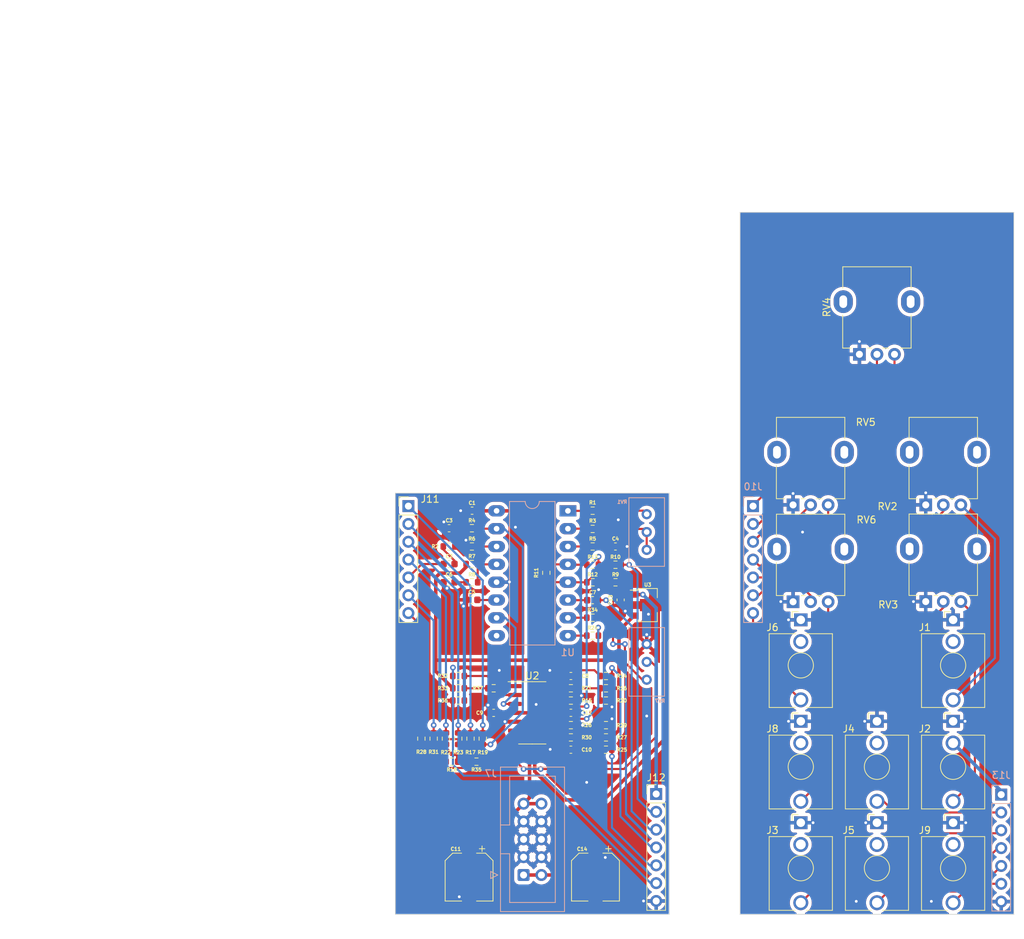
<source format=kicad_pcb>
(kicad_pcb (version 20221018) (generator pcbnew)
  (layers (0 "F.Cu" signal) (31 "B.Cu" signal) (34 "B.Paste" user) (35 "F.Paste" user) (36 "B.SilkS" user "B.Silkscreen") (37 "F.SilkS" user "F.Silkscreen") (38 "B.Mask" user) (39 "F.Mask" user) (44 "Edge.Cuts" user))
  (net 0 "")
  (net 1 "GND")
  (net 2 "+12V")
  (net 3 "Net-(C2-Pad2)")
  (net 4 "Net-(C3-Pad2)")
  (net 5 "-12V")
  (net 6 "Net-(U1-CAP)")
  (net 7 "Net-(C6-Pad1)")
  (net 8 "/linfm_a")
  (net 9 "Net-(U2D--)")
  (net 10 "Net-(C8-Pad1)")
  (net 11 "/HSYNC")
  (net 12 "Net-(C10-Pad1)")
  (net 13 "Net-(U2A--)")
  (net 14 "+5V")
  (net 15 "/sync_a")
  (net 16 "Net-(J1-PadT)")
  (net 18 "Net-(J2-PadT)")
  (net 19 "Net-(U1-SCALE1)")
  (net 20 "Net-(R1-Pad2)")
  (net 21 "Net-(U1-SCALE2)")
  (net 22 "Net-(U1-VEE)")
  (net 23 "/CV_IN")
  (net 24 "Net-(U1-VS)")
  (net 25 "/LIN_FM")
  (net 26 "/PWM")
  (net 27 "/PULSE")
  (net 28 "Net-(U2C-+)")
  (net 29 "/pulse_b")
  (net 31 "/sync_b")
  (net 33 "Net-(U2D-+)")
  (net 34 "/SAW")
  (net 35 "/saw_b")
  (net 36 "Net-(R32-Pad2)")
  (net 37 "Net-(U2C--)")
  (net 38 "/VHFT")
  (net 39 "Net-(R34-Pad2)")
  (net 40 "Net-(R35-Pad1)")
  (net 42 "/TRI")
  (net 44 "/voct_b")
  (net 46 "Net-(J8-PadT)")
  (net 48 "/tri_b")
  (net 50 "/pwm_a")
  (net 51 "/pulse_a")
  (net 52 "/coarse3_a")
  (net 53 "/coarse2_a")
  (net 54 "/fine3_a")
  (net 55 "/fine2_a")
  (net 56 "/saw_a")
  (net 57 "/voct_a")
  (net 58 "/cvmod_a")
  (net 59 "/tri_a")
  (net 60 "/pwm_b")
  (net 61 "/coarse2_b")
  (net 62 "/coarse3_b")
  (net 63 "/fine2_b")
  (net 64 "/fine3_b")
  (net 65 "/cvmod_b")
  (net 66 "Net-(U2B--)")
  (net 67 "/linfm_b")
  (footprint "Resistor_SMD:R_0603_1608Metric" (layer "F.Cu") (at 140.05 120.95)
    (fp_text reference "R27")
    (fp_text value "240K")
  )
  (footprint "Connector_Audio:Jack_3.5mm_QingPu_WQP-PJ398SM_Vertical_CircularHoles" (layer "F.Cu") (at 178.65 118.65)
    (fp_text reference "J4")
    (fp_text value "SYNC_IN")
  )
  (footprint "Capacitor_SMD:C_0603_1608Metric" (layer "F.Cu") (at 138.15 101.4 180)
    (fp_text reference "C7")
    (fp_text value "10nF")
  )
  (footprint "Capacitor_SMD:C_0603_1608Metric" (layer "F.Cu") (at 117.7 91.15)
    (fp_text reference "C3")
    (fp_text value "10nF")
  )
  (footprint "Capacitor_SMD:C_0603_1608Metric" (layer "F.Cu") (at 117.7 98.85 180)
    (fp_text reference "C6")
    (fp_text value "10nF")
  )
  (footprint "Capacitor_SMD:C_0603_1608Metric" (layer "F.Cu") (at 120.975 88.65)
    (fp_text reference "C1")
    (fp_text value "100nF")
  )
  (footprint "Connector_Audio:Jack_3.5mm_QingPu_WQP-PJ398SM_Vertical_CircularHoles" (layer "F.Cu") (at 167.8 104.2)
    (fp_text reference "J6")
    (fp_text value "V/OCT_IN")
  )
  (footprint "Resistor_SMD:R_0603_1608Metric" (layer "F.Cu") (at 140.05 122.7 180)
    (fp_text reference "R25")
    (fp_text value "1K")
  )
  (footprint "Resistor_SMD:R_0603_1608Metric" (layer "F.Cu") (at 141.4 96.35 180)
    (fp_text reference "R10")
    (fp_text value "100K")
  )
  (footprint "Resistor_SMD:R_0603_1608Metric" (layer "F.Cu") (at 119.05 115.7 180)
    (fp_text reference "R36")
    (fp_text value "91K")
  )
  (footprint "Resistor_SMD:R_0603_1608Metric" (layer "F.Cu") (at 135.05 120.95)
    (fp_text reference "R30")
    (fp_text value "100K")
  )
  (footprint "Capacitor_SMD:CP_Elec_6.3x5.4" (layer "F.Cu") (at 120.55 140.85 -90)
    (fp_text reference "C11")
    (fp_text value "10uF")
  )
  (footprint "Resistor_SMD:R_0603_1608Metric" (layer "F.Cu") (at 117.25 121.125 90)
    (fp_text reference "R22")
    (fp_text value "100k")
  )
  (footprint "Connector_PinHeader_2.54mm:PinHeader_1x07_P2.54mm_Vertical" (layer "F.Cu") (at 147.2 129.01)
    (fp_text reference "J12")
    (fp_text value "Conn_2B")
  )
  (footprint "Connector_Audio:Jack_3.5mm_QingPu_WQP-PJ398SM_Vertical_CircularHoles" (layer "F.Cu") (at 189.5 104.2)
    (fp_text reference "J1")
    (fp_text value "FM_IN")
  )
  (footprint "Package_SO:SOIC-14_3.9x8.7mm_P1.27mm" (layer "F.Cu") (at 129.55 117.45)
    (fp_text reference "U2")
    (fp_text value "TL074")
  )
  (footprint "Resistor_SMD:R_0603_1608Metric" (layer "F.Cu") (at 140.05 112.2 180)
    (fp_text reference "R14")
    (fp_text value "1K")
  )
  (footprint "Capacitor_SMD:C_0603_1608Metric" (layer "F.Cu") (at 135.05 117.44 180)
    (fp_text reference "C12")
    (fp_text value "100nF")
  )
  (footprint "Resistor_SMD:R_0603_1608Metric" (layer "F.Cu") (at 140.05 115.7)
    (fp_text reference "R20")
    (fp_text value "91K")
  )
  (footprint "Capacitor_SMD:CP_Elec_6.3x5.4" (layer "F.Cu") (at 138.55 140.85 -90)
    (fp_text reference "C14")
    (fp_text value "10uF")
  )
  (footprint "Resistor_SMD:R_0603_1608Metric" (layer "F.Cu") (at 138.15 98.85)
    (fp_text reference "R12")
    (fp_text value "200K")
  )
  (footprint "Potentiometer_THT:Potentiometer_Alpha_RD901F-40-00D_Single_Vertical" (layer "F.Cu") (at 166.7 101.625 90)
    (fp_text reference "RV6")
    (fp_text value "100k")
  )
  (footprint "Capacitor_SMD:C_0603_1608Metric" (layer "F.Cu") (at 124.05 117.45)
    (fp_text reference "C9")
    (fp_text value "100nF")
  )
  (footprint "Resistor_SMD:R_0603_1608Metric" (layer "F.Cu") (at 118.1 124.4)
    (fp_text reference "R18")
    (fp_text value "360k")
  )
  (footprint "Resistor_SMD:R_0603_1608Metric" (layer "F.Cu") (at 140.05 119.2)
    (fp_text reference "R29")
    (fp_text value "91K")
  )
  (footprint "Resistor_SMD:R_0603_1608Metric" (layer "F.Cu") (at 124.05 113.95 180)
    (fp_text reference "R37")
    (fp_text value "100K")
  )
  (footprint "Connector_Audio:Jack_3.5mm_QingPu_WQP-PJ398SM_Vertical_CircularHoles" (layer "F.Cu") (at 189.5 118.65)
    (fp_text reference "J2")
    (fp_text value "PWM_IN")
  )
  (footprint "Resistor_SMD:R_0603_1608Metric" (layer "F.Cu") (at 113.75 121.125 -90)
    (fp_text reference "R28")
    (fp_text value "100K")
  )
  (footprint "Resistor_SMD:R_0603_1608Metric" (layer "F.Cu") (at 138.15 96.35 180)
    (fp_text reference "R13")
    (fp_text value "180K")
  )
  (footprint "Resistor_SMD:R_0603_1608Metric" (layer "F.Cu") (at 119 121.125 -90)
    (fp_text reference "R23")
    (fp_text value "1M8")
  )
  (footprint "Resistor_SMD:R_0603_1608Metric" (layer "F.Cu") (at 138.15 88.65)
    (fp_text reference "R1")
    (fp_text value "24k")
  )
  (footprint "Capacitor_SMD:C_0603_1608Metric" (layer "F.Cu") (at 135.05 112.2)
    (fp_text reference "C8")
    (fp_text value "10pF")
  )
  (footprint "Potentiometer_THT:Potentiometer_Alpha_RD901F-40-00D_Single_Vertical" (layer "F.Cu") (at 176.15 66.375 90)
    (fp_text reference "RV4")
    (fp_text value "100k")
  )
  (footprint "Resistor_SMD:R_0603_1608Metric" (layer "F.Cu") (at 138.15 103.9)
    (fp_text reference "R34")
    (fp_text value "10k")
  )
  (footprint "Resistor_SMD:R_0603_1608Metric" (layer "F.Cu") (at 115.5 121.125 -90)
    (fp_text reference "R31")
    (fp_text value "100K")
  )
  (footprint "Resistor_SMD:R_0603_1608Metric" (layer "F.Cu") (at 119.05 113.95 180)
    (fp_text reference "R33")
    (fp_text value "240K")
  )
  (footprint "Potentiometer_THT:Potentiometer_Alpha_RD901F-40-00D_Single_Vertical" (layer "F.Cu") (at 166.7 87.825 90)
    (fp_text reference "RV5")
    (fp_text value "100k")
  )
  (footprint "Resistor_SMD:R_0603_1608Metric" (layer "F.Cu") (at 131.55 97.5 90)
    (fp_text reference "R11")
    (fp_text value "10M")
  )
  (footprint "Resistor_SMD:R_0603_1608Metric" (layer "F.Cu") (at 135.05 115.7)
    (fp_text reference "R15")
    (fp_text value "100K")
  )
  (footprint "Potentiometer_THT:Potentiometer_Alpha_RD901F-40-00D_Single_Vertical" (layer "F.Cu") (at 185.6 101.6 90)
    (fp_text reference "RV3")
    (fp_text value "100K")
  )
  (footprint "Resistor_SMD:R_0603_1608Metric" (layer "F.Cu") (at 117.7 93.75)
    (fp_text reference "R2")
    (fp_text value "1M")
  )
  (footprint "Connector_Audio:Jack_3.5mm_QingPu_WQP-PJ398SM_Vertical_CircularHoles" (layer "F.Cu") (at 167.8 133.1)
    (fp_text reference "J3")
    (fp_text value "PULSE_OUT")
  )
  (footprint "Capacitor_SMD:C_0603_1608Metric" (layer "F.Cu") (at 120.95 101.35)
    (fp_text reference "C5")
    (fp_text value "1nF")
  )
  (footprint "Capacitor_SMD:C_0603_1608Metric" (layer "F.Cu") (at 141.4 93.75 180)
    (fp_text reference "C4")
    (fp_text value "100nF")
  )
  (footprint "Connector_Audio:Jack_3.5mm_QingPu_WQP-PJ398SM_Vertical_CircularHoles" (layer "F.Cu") (at 189.5 133.1)
    (fp_text reference "J9")
    (fp_text value "TRI_OUT")
  )
  (footprint "Resistor_SMD:R_0603_1608Metric" (layer "F.Cu") (at 138.15 106.45 180)
    (fp_text reference "R24")
    (fp_text value "100K")
  )
  (footprint "Resistor_SMD:R_0603_1608Metric" (layer "F.Cu") (at 135.05 119.2)
    (fp_text reference "R26")
    (fp_text value "100K")
  )
  (footprint "Resistor_SMD:R_0603_1608Metric" (layer "F.Cu") (at 120.95 91.15)
    (fp_text reference "R4")
    (fp_text value "470R")
  )
  (footprint "Resistor_SMD:R_0603_1608Metric" (layer "F.Cu") (at 120.75 121.125 90)
    (fp_text reference "R17")
    (fp_text value "100k")
  )
  (footprint "Resistor_SMD:R_0603_1608Metric" (layer "F.Cu") (at 122.5 121.125 -90)
    (fp_text reference "R19")
    (fp_text value "100k")
  )
  (footprint "Connector_PinHeader_2.54mm:PinHeader_1x07_P2.54mm_Vertical" (layer "F.Cu") (at 111.9 88)
    (fp_text reference "J11")
    (fp_text value "Conn_1B")
  )
  (footprint "Connector_Audio:Jack_3.5mm_QingPu_WQP-PJ398SM_Vertical_CircularHoles" (layer "F.Cu") (at 178.65 133.1)
    (fp_text reference "J5")
    (fp_text value "SAW_OUT")
  )
  (footprint "Resistor_SMD:R_0603_1608Metric" (layer "F.Cu") (at 140.05 113.95)
    (fp_text reference "R16")
    (fp_text value "240K")
  )
  (footprint "Connector_Audio:Jack_3.5mm_QingPu_WQP-PJ398SM_Vertical_CircularHoles" (layer "F.Cu") (at 167.8 118.65)
    (fp_text reference "J8")
    (fp_text value "CV_MOD_IN")
  )
  (footprint "Capacitor_SMD:C_0603_1608Metric" (layer "F.Cu") (at 142.14 101.36 90)
    (fp_text reference "C13")
    (fp_text value "100nF")
  )
  (footprint "Potentiometer_THT:Potentiometer_Alpha_RD901F-40-00D_Single_Vertical" (layer "F.Cu") (at 185.6 87.825 90)
    (fp_text reference "RV2")
    (fp_text value "100K")
  )
  (footprint "Resistor_SMD:R_0603_1608Metric" (layer "F.Cu") (at 138.15 91.25)
    (fp_text reference "R3")
    (fp_text value "5K6")
  )
  (footprint "Resistor_SMD:R_0603_1608Metric" (layer "F.Cu") (at 141.4 98.85 180)
    (fp_text reference "R9")
    (fp_text value "100K")
  )
  (footprint "Capacitor_SMD:C_0603_1608Metric" (layer "F.Cu") (at 117.7 96.25)
    (fp_text reference "C2")
    (fp_text value "10nF")
  )
  (footprint "Resistor_SMD:R_0603_1608Metric" (layer "F.Cu") (at 121.6 124.4 180)
    (fp_text reference "R35")
    (fp_text value "1M")
  )
  (footprint "Capacitor_SMD:C_0603_1608Metric" (layer "F.Cu") (at 135.05 122.7)
    (fp_text reference "C10")
    (fp_text value "10pF")
  )
  (footprint "Resistor_SMD:R_0603_1608Metric" (layer "F.Cu") (at 120.95 98.85 180)
    (fp_text reference "R8")
    (fp_text value "470R")
  )
  (footprint "Package_TO_SOT_SMD:SOT-89-3" (layer "F.Cu") (at 146 102.1)
    (fp_text reference "U3")
    (fp_text value "L78L05")
  )
  (footprint "Resistor_SMD:R_0603_1608Metric" (layer "F.Cu") (at 120.95 93.75)
    (fp_text reference "R6")
    (fp_text value "1K8")
  )
  (footprint "Resistor_SMD:R_0603_1608Metric" (layer "F.Cu") (at 135.05 113.95)
    (fp_text reference "R21")
    (fp_text value "100K")
  )
  (footprint "Resistor_SMD:R_0603_1608Metric" (layer "F.Cu") (at 119.05 112.2)
    (fp_text reference "R32")
    (fp_text value "1K")
  )
  (footprint "Resistor_SMD:R_0603_1608Metric" (layer "F.Cu") (at 120.95 96.25 180)
    (fp_text reference "R7")
    (fp_text value "1M5")
  )
  (footprint "Resistor_SMD:R_0603_1608Metric" (layer "F.Cu") (at 138.15 93.75)
    (fp_text reference "R5")
    (fp_text value "620R")
  )
  (footprint "Potentiometer_THT:Potentiometer_Bourns_3296W_Vertical" (layer "B.Cu") (at 145.85 107.65 90)
    (fp_text reference "RV7")
    (fp_text value "10k")
  )
  (footprint "Connector_IDC:IDC-Header_2x05_P2.54mm_Vertical" (layer "B.Cu") (at 128.31 140.55)
    (fp_text reference "J7")
    (fp_text value "PWR")
  )
  (footprint "Package_DIP:DIP-16_W10.16mm_LongPads" (layer "B.Cu") (at 134.625 88.675 180)
    (fp_text reference "U1")
    (fp_text value "AS3340")
  )
  (footprint "Connector_PinSocket_2.54mm:PinSocket_1x07_P2.54mm_Vertical" (layer "B.Cu") (at 196.35 129.1 180)
    (fp_text reference "J13")
    (fp_text value "Conn_2A")
  )
  (footprint "Connector_PinSocket_2.54mm:PinSocket_1x07_P2.54mm_Vertical" (layer "B.Cu") (at 161 88 180)
    (fp_text reference "J10")
    (fp_text value "Conn_1A")
  )
  (footprint "Potentiometer_THT:Potentiometer_Bourns_3296W_Vertical" (layer "B.Cu") (at 145.85 89.15 90)
    (fp_text reference "RV1")
    (fp_text value "10k")
  )
  (gr_line (start 159.15 46.15) (end 159.15 146.15) (stroke (width 0.1)) (layer "Edge.Cuts"))
  (gr_line (start 198.15 146.15) (end 159.15 146.15) (stroke (width 0.1)) (layer "Edge.Cuts"))
  (gr_line (start 149.05 146.15) (end 149.05 86.15) (stroke (width 0.1)) (layer "Edge.Cuts"))
  (gr_line (start 149.05 86.15) (end 110.05 86.15) (stroke (width 0.1)) (layer "Edge.Cuts"))
  (gr_line (start 110.05 146.15) (end 149.05 146.15) (stroke (width 0.1)) (layer "Edge.Cuts"))
  (gr_line (start 110.05 86.15) (end 110.05 146.15) (stroke (width 0.1)) (layer "Edge.Cuts"))
  (gr_line (start 198.15 46.15) (end 159.15 46.15) (stroke (width 0.1)) (layer "Edge.Cuts"))
  (gr_line (start 198.15 46.15) (end 198.15 146.15) (stroke (width 0.1)) (layer "Edge.Cuts"))
  (segment (start 176.15 66.375) (end 176.15 64.55) (width 0.5) (layer "F.Cu") (net 1))
  (segment (start 118.225 115.7) (end 116.5005 115.7) (width 0.5) (layer "F.Cu") (net 1))
  (segment (start 116.925 99.225) (end 117.4 99.7) (width 0.5) (layer "F.Cu") (net 1))
  (segment (start 120.175 101.35) (end 120.175 101.8245) (width 0.5) (layer "F.Cu") (net 1))
  (segment (start 116.925 90.275) (end 116.95 90.25) (width 0.5) (layer "F.Cu") (net 1))
  (segment (start 178.65 133.1) (end 177.05 133.1) (width 0.5) (layer "F.Cu") (net 1))
  (segment (start 146.1 102.7) (end 146.1 103.4) (width 0.5) (layer "F.Cu") (net 1))
  (segment (start 120.55 143.65) (end 119.15 143.65) (width 0.5) (layer "F.Cu") (net 1))
  (segment (start 116.925 98.85) (end 116.925 99.225) (width 0.5) (layer "F.Cu") (net 1))
  (segment (start 135.875 115.7) (end 135.875 115.675) (width 0.5) (layer "F.Cu") (net 1))
  (segment (start 120.175 101.8245) (end 119.7495 102.25) (width 0.5) (layer "F.Cu") (net 1))
  (segment (start 167.8 133.1) (end 169.55 133.1) (width 0.5) (layer "F.Cu") (net 1))
  (segment (start 142.14 102.29) (end 142.8 102.95) (width 0.5) (layer "F.Cu") (net 1))
  (segment (start 140.875 116.575) (end 140.9 116.6) (width 0.5) (layer "F.Cu") (net 1))
  (segment (start 166.7 87.825) (end 166.7 86.2) (width 0.5) (layer "F.Cu") (net 1))
  (segment (start 123.275 116.375) (end 123.25 116.35) (width 0.5) (layer "F.Cu") (net 1))
  (segment (start 138.55 138.05) (end 139.95 138.05) (width 0.5) (layer "F.Cu") (net 1))
  (segment (start 123.275 117.45) (end 123.275 116.375) (width 0.5) (layer "F.Cu") (net 1))
  (segment (start 127.075 118.72) (end 125.67 118.72) (width 0.5) (layer "F.Cu") (net 1))
  (segment (start 142.175 93.75) (end 143.05 93.75) (width 0.5) (layer "F.Cu") (net 1))
  (segment (start 167.8 104.2) (end 166.05 104.2) (width 0.5) (layer "F.Cu") (net 1))
  (segment (start 140.875 118.325) (end 140.9 118.3) (width 0.5) (layer "F.Cu") (net 1))
  (segment (start 147.2 144.25) (end 145.4 144.25) (width 0.5) (layer "F.Cu") (net 1))
  (segment (start 135.875 119.2) (end 136.7 119.2) (width 0.5) (layer "F.Cu") (net 1))
  (segment (start 135.875 115.675) (end 136.55 115) (width 0.5) (layer "F.Cu") (net 1))
  (segment (start 138.975 99.875) (end 139 99.9) (width 0.5) (layer "F.Cu") (net 1))
  (segment (start 167.8 118.65) (end 166.05 118.65) (width 0.5) (layer "F.Cu") (net 1))
  (segment (start 135.825 117.44) (end 136.69 117.44) (width 0.5) (layer "F.Cu") (net 1))
  (segment (start 185.6 87.825) (end 185.6 86.1) (width 0.5) (layer "F.Cu") (net 1))
  (segment (start 145.85 107.65) (end 145.85 106.3) (width 0.5) (layer "F.Cu") (net 1))
  (segment (start 126.265 98.835) (end 126.3 98.8) (width 0.5) (layer "F.Cu") (net 1))
  (segment (start 120.125 93.75) (end 120.125 92.875) (width 0.5) (layer "F.Cu") (net 1))
  (segment (start 120.125 92.875) (end 120.1 92.85) (width 0.5) (layer "F.Cu") (net 1))
  (segment (start 189.5 133.1) (end 191.3 133.1) (width 0.5) (layer "F.Cu") (net 1))
  (segment (start 145.5 102.1) (end 146.1 102.7) (width 0.5) (layer "F.Cu") (net 1))
  (segment (start 120.2 88.65) (end 119.35 88.65) (width 0.5) (layer "F.Cu") (net 1))
  (segment (start 116.925 91.15) (end 116.925 90.275) (width 0.5) (layer "F.Cu") (net 1))
  (segment (start 124.465 98.835) (end 126.265 98.835) (width 0.5) (layer "F.Cu") (net 1))
  (segment (start 144.1375 102.1) (end 145.5 102.1) (width 0.5) (layer "F.Cu") (net 1))
  (segment (start 164.975 101.625) (end 164.95 101.6) (width 0.5) (layer "F.Cu") (net 1))
  (segment (start 140.875 115.7) (end 140.875 116.575) (width 0.5) (layer "F.Cu") (net 1))
  (segment (start 125.67 118.72) (end 125.65 118.7) (width 0.5) (layer "F.Cu") (net 1))
  (segment (start 140.875 119.2) (end 140.875 118.325) (width 0.5) (layer "F.Cu") (net 1))
  (segment (start 166.7 101.625) (end 164.975 101.625) (width 0.5) (layer "F.Cu") (net 1))
  (segment (start 142.14 102.135) (end 142.14 102.29) (width 0.5) (layer "F.Cu") (net 1))
  (segment (start 178.65 118.65) (end 176.9 118.65) (width 0.5) (layer "F.Cu") (net 1))
  (segment (start 189.5 118.65) (end 191.2 118.65) (width 0.5) (layer "F.Cu") (net 1))
  (segment (start 136.69 117.44) (end 136.7 117.45) (width 0.5) (layer "F.Cu") (net 1))
  (segment (start 138.975 98.85) (end 138.975 99.875) (width 0.5) (layer "F.Cu") (net 1))
  (segment (start 185.6 101.6) (end 183.85 101.6) (width 0.5) (layer "F.Cu") (net 1))
  (via (at 169.55 133.1) (size 0.8) (drill 0.4) (layers "F.Cu" "B.Cu") (net 1))
  (via (at 177.05 133.1) (size 0.8) (drill 0.4) (layers "F.Cu" "B.Cu") (net 1))
  (via (at 136.7 117.45) (size 0.8) (drill 0.4) (layers "F.Cu" "B.Cu") (net 1))
  (via (at 136.55 115) (size 0.8) (drill 0.4) (layers "F.Cu" "B.Cu") (net 1))
  (via (at 166.05 118.65) (size 0.8) (drill 0.4) (layers "F.Cu" "B.Cu") (net 1))
  (via (at 123.25 116.35) (size 0.8) (drill 0.4) (layers "F.Cu" "B.Cu") (net 1))
  (via (at 132.1 122.65) (size 0.8) (drill 0.4) (layers "F.Cu" "B.Cu") (net 1))
  (via (at 124.85 111.4) (size 0.8) (drill 0.4) (layers "F.Cu" "B.Cu") (net 1))
  (via (at 130.1 116.25) (size 0.8) (drill 0.4) (layers "F.Cu" "B.Cu") (net 1))
  (via (at 164.95 101.6) (size 0.8) (drill 0.4) (layers "F.Cu" "B.Cu") (net 1))
  (via (at 139.95 138.05) (size 0.8) (drill 0.4) (layers "F.Cu" "B.Cu") (net 1))
  (via (at 185.6 86.1) (size 0.8) (drill 0.4) (layers "F.Cu" "B.Cu") (net 1))
  (via (at 166.05 104.2) (size 0.8) (drill 0.4) (layers "F.Cu" "B.Cu") (net 1))
  (via (at 145.85 106.3) (size 0.8) (drill 0.4) (layers "F.Cu" "B.Cu") (net 1))
  (via (at 146.1 103.4) (size 0.8) (drill 0.4) (layers "F.Cu" "B.Cu") (net 1))
  (via (at 120.1 92.85) (size 0.8) (drill 0.4) (layers "F.Cu" "B.Cu") (net 1))
  (via (at 116.5005 115.7) (size 0.8) (drill 0.4) (layers "F.Cu" "B.Cu") (net 1))
  (via (at 175.7 144.3) (size 0.8) (drill 0.4) (layers "F.Cu" "B.Cu") (net 1))
  (via (at 140.9 116.6) (size 0.8) (drill 0.4) (layers "F.Cu" "B.Cu") (net 1))
  (via (at 186.4 144.3) (size 0.8) (drill 0.4) (layers "F.Cu" "B.Cu") (net 1))
  (via (at 191.2 118.65) (size 0.8) (drill 0.4) (layers "F.Cu" "B.Cu") (net 1))
  (via (at 141.8 89.95) (size 0.8) (drill 0.4) (layers "F.Cu" "B.Cu") (net 1))
  (via (at 166.7 86.2) (size 0.8) (drill 0.4) (layers "F.Cu" "B.Cu") (net 1))
  (via (at 117.4 99.7) (size 0.8) (drill 0.4) (layers "F.Cu" "B.Cu") (net 1))
  (via (at 116.95 90.25) (size 0.8) (drill 0.4) (layers "F.Cu" "B.Cu") (net 1))
  (via (at 119.15 143.65) (size 0.8) (drill 0.4) (layers "F.Cu" "B.Cu") (net 1))
  (via (at 145.4 144.25) (size 0.8) (drill 0.4) (layers "F.Cu" "B.Cu") (net 1))
  (via (at 143.05 93.75) (size 0.8) (drill 0.4) (layers "F.Cu" "B.Cu") (net 1))
  (via (at 119.7495 102.25) (size 0.8) (drill 0.4) (layers "F.Cu" "B.Cu") (net 1))
  (via (at 125.65 118.7) (size 0.8) (drill 0.4) (layers "F.Cu" "B.Cu") (net 1))
  (via (at 136.7 119.2) (size 0.8) (drill 0.4) (layers "F.Cu" "B.Cu") (net 1))
  (via (at 191.3 133.1) (size 0.8) (drill 0.4) (layers "F.Cu" "B.Cu") (net 1))
  (via (at 119.35 88.65) (size 0.8) (drill 0.4) (layers "F.Cu" "B.Cu") (net 1))
  (via (at 139 99.9) (size 0.8) (drill 0.4) (layers "F.Cu" "B.Cu") (net 1))
  (via (at 137.3 127.35) (size 0.8) (drill 0.4) (layers "F.Cu" "B.Cu") (net 1))
  (via (at 142.8 102.95) (size 0.8) (drill 0.4) (layers "F.Cu" "B.Cu") (net 1))
  (via (at 183.85 101.6) (size 0.8) (drill 0.4) (layers "F.Cu" "B.Cu") (net 1))
  (via (at 168.05 91.7) (size 0.8) (drill 0.4) (layers "F.Cu" "B.Cu") (net 1))
  (via (at 127.15 91) (size 0.8) (drill 0.4) (layers "F.Cu" "B.Cu") (net 1))
  (via (at 132.05 111.4) (size 0.8) (drill 0.4) (layers "F.Cu" "B.Cu") (net 1))
  (via (at 176.9 118.65) (size 0.8) (drill 0.4) (layers "F.Cu" "B.Cu") (net 1))
  (via (at 126.3 98.8) (size 0.8) (drill 0.4) (layers "F.Cu" "B.Cu") (net 1))
  (via (at 145.85 117.9) (size 0.8) (drill 0.4) (layers "F.Cu" "B.Cu") (net 1))
  (via (at 176.15 64.55) (size 0.8) (drill 0.4) (layers "F.Cu" "B.Cu") (net 1))
  (via (at 140.9 118.3) (size 0.8) (drill 0.4) (layers "F.Cu" "B.Cu") (net 1))
  (segment (start 141.9 112.925) (end 141.9 119.925) (width 0.5) (layer "F.Cu") (net 2))
  (segment (start 129.16 109.95) (end 129.16 90.51) (width 0.5) (layer "F.Cu") (net 2))
  (segment (start 127.075 117.45) (end 124.825 117.45) (width 0.5) (layer "F.Cu") (net 2))
  (segment (start 121.775 88.675) (end 121.75 88.65) (width 0.5) (layer "F.Cu") (net 2))
  (segment (start 115.8 108.7) (end 115.8 111.525) (width 0.5) (layer "F.Cu") (net 2))
  (segment (start 119.25 97.55) (end 116.4 97.55) (width 0.5) (layer "F.Cu") (net 2))
  (segment (start 115.8 108.7) (end 115.8 109.95) (width 0.5) (layer "F.Cu") (net 2))
  (segment (start 127.075 117.45) (end 129.16 117.45) (width 0.5) (layer "F.Cu") (net 2))
  (segment (start 122.15 123.35) (end 118.65 123.35) (width 0.5) (layer "F.Cu") (net 2))
  (segment (start 115.8 111.525) (end 118.225 113.95) (width 0.5) (layer "F.Cu") (net 2))
  (segment (start 141.9 113.95) (end 140.875 113.95) (width 0.5) (layer "F.Cu") (net 2))
  (segment (start 141.9 109.95) (end 141.9 112.925) (width 0.5) (layer "F.Cu") (net 2))
  (segment (start 116.4 97.55) (end 115.8 98.15) (width 0.5) (layer "F.Cu") (net 2))
  (segment (start 141.9 109.95) (end 141.9 105.75) (width 0.5) (layer "F.Cu") (net 2))
  (segment (start 115.8 98.15) (end 115.8 108.7) (width 0.5) (layer "F.Cu") (net 2))
  (segment (start 118.925 124.4) (end 118.925 123.35) (width 0.5) (layer "F.Cu") (net 2))
  (segment (start 141.9 105.75) (end 144.05 103.6) (width 0.5) (layer "F.Cu") (net 2))
  (segment (start 120.125 96.25) (end 120.125 96.675) (width 0.5) (layer "F.Cu") (net 2))
  (segment (start 129.16 124.65) (end 129.16 123.35) (width 0.5) (layer "F.Cu") (net 2))
  (segment (start 127.325 88.675) (end 124.465 88.675) (width 0.5) (layer "F.Cu") (net 2))
  (segment (start 130.85 130.39) (end 128.31 130.39) (width 0.5) (layer "F.Cu") (net 2))
  (segment (start 129.16 123.35) (end 129.16 117.45) (width 0.5) (layer "F.Cu") (net 2))
  (segment (start 129.16 109.95) (end 133.7 109.95) (width 0.5) (layer "F.Cu") (net 2))
  (segment (start 120.75 123.35) (end 120.75 121.95) (width 0.5) (layer "F.Cu") (net 2))
  (segment (start 117.25 122.55) (end 117.25 121.95) (width 0.5) (layer "F.Cu") (net 2))
  (segment (start 118.65 123.35) (end 118.05 123.35) (width 0.5) (layer "F.Cu") (net 2))
  (segment (start 120.55 138.05) (end 120.65 138.05) (width 0.5) (layer "F.Cu") (net 2))
  (segment (start 133.7 109.95) (end 141.9 109.95) (width 0.5) (layer "F.Cu") (net 2))
  (segment (start 129.16 123.35) (end 122.15 123.35) (width 0.5) (layer "F.Cu") (net 2))
  (segment (start 129.16 90.51) (end 127.325 88.675) (width 0.5) (layer "F.Cu") (net 2))
  (segment (start 120.65 138.05) (end 128.31 130.39) (width 0.5) (layer "F.Cu") (net 2))
  (segment (start 118.925 123.35) (end 118.65 123.35) (width 0.5) (layer "F.Cu") (net 2))
  (segment (start 128.31 130.39) (end 129.16 129.54) (width 0.5) (layer "F.Cu") (net 2))
  (segment (start 141.9 112.925) (end 141.9 113.95) (width 0.5) (layer "F.Cu") (net 2))
  (segment (start 115.8 109.95) (end 129.16 109.95) (width 0.5) (layer "F.Cu") (net 2))
  (segment (start 122.15 123.35) (end 120.75 123.35) (width 0.5) (layer "F.Cu") (net 2))
  (segment (start 129.16 117.45) (end 129.16 109.95) (width 0.5) (layer "F.Cu") (net 2))
  (segment (start 141.9 119.925) (end 140.875 120.95) (width 0.5) (layer "F.Cu") (net 2))
  (segment (start 118.05 123.35) (end 117.25 122.55) (width 0.5) (layer "F.Cu") (net 2))
  (segment (start 120.125 96.675) (end 119.25 97.55) (width 0.5) (layer "F.Cu") (net 2))
  (segment (start 129.16 129.54) (end 129.16 124.65) (width 0.5) (layer "F.Cu") (net 2))
  (segment (start 124.465 88.675) (end 121.775 88.675) (width 0.5) (layer "F.Cu") (net 2))
  (segment (start 116.875 94.175) (end 116.875 93.75) (width 0.3) (layer "F.Cu") (net 3))
  (segment (start 118.475 95.775) (end 116.875 94.175) (width 0.3) (layer "F.Cu") (net 3))
  (segment (start 118.475 96.25) (end 118.475 95.775) (width 0.3) (layer "F.Cu") (net 3))
  (segment (start 120.125 91.15) (end 118.475 91.15) (width 0.3) (layer "F.Cu") (net 4))
  (segment (start 139.75 129.85) (end 133.95 129.85) (width 0.5) (layer "F.Cu") (net 5))
  (segment (start 131.471472 117.45) (end 132.025 117.45) (width 0.5) (layer "F.Cu") (net 5))
  (segment (start 148.5 99.95) (end 148.5 121.1) (width 0.5) (layer "F.Cu") (net 5))
  (segment (start 138.55 143.65) (end 135.45 140.55) (width 0.5) (layer "F.Cu") (net 5))
  (segment (start 129.9 125.8) (end 133.95 129.85) (width 0.5) (layer "F.Cu") (net 5))
  (segment (start 138.975 93.75) (end 140.625 93.75) (width 0.5) (layer "F.Cu") (net 5))
  (segment (start 129.9 119.021472) (end 131.471472 117.45) (width 0.5) (layer "F.Cu") (net 5))
  (segment (start 129.9 125.8) (end 129.9 119.021472) (width 0.5) (layer "F.Cu") (net 5))
  (segment (start 143.6 95.05) (end 148.5 99.95) (width 0.5) (layer "F.Cu") (net 5))
  (segment (start 132.025 117.45) (end 134.265 117.45) (width 0.5) (layer "F.Cu") (net 5))
  (segment (start 141.925 95.05) (end 143.6 95.05) (width 0.5) (layer "F.Cu") (net 5))
  (segment (start 133.95 140.55) (end 130.85 140.55) (width 0.5) (layer "F.Cu") (net 5))
  (segment (start 140.625 93.75) (end 141.925 95.05) (width 0.5) (layer "F.Cu") (net 5))
  (segment (start 148.5 121.1) (end 139.75 129.85) (width 0.5) (layer "F.Cu") (net 5))
  (segment (start 133.95 129.85) (end 133.95 140.55) (width 0.5) (layer "F.Cu") (net 5))
  (segment (start 128.31 140.55) (end 130.85 140.55) (width 0.5) (layer "F.Cu") (net 5))
  (segment (start 135.45 140.55) (end 133.95 140.55) (width 0.5) (layer "F.Cu") (net 5))
  (segment (start 121.75 101.375) (end 121.725 101.35) (width 0.3) (layer "F.Cu") (net 6))
  (segment (start 124.465 101.375) (end 121.75 101.375) (width 0.3) (layer "F.Cu") (net 6))
  (segment (start 118.475 98.85) (end 120.125 98.85) (width 0.3) (layer "F.Cu") (net 7))
  (segment (start 113.81 96.25) (end 111.9 98.16) (width 0.3) (layer "F.Cu") (net 8))
  (segment (start 116.925 96.25) (end 113.81 96.25) (width 0.3) (layer "F.Cu") (net 8))
  (segment (start 139.225 115.7) (end 139.225 113.95) (width 0.3) (layer "F.Cu") (net 9))
  (segment (start 135.875 112.25) (end 135.825 112.2) (width 0.3) (layer "F.Cu") (net 9))
  (segment (start 135.025 114.8) (end 135.875 113.95) (width 0.3) (layer "F.Cu") (net 9))
  (segment (start 132.025 114.91) (end 132.135 114.8) (width 0.3) (layer "F.Cu") (net 9))
  (segment (start 135.875 113.95) (end 139.225 113.95) (width 0.3) (layer "F.Cu") (net 9))
  (segment (start 132.135 114.8) (end 135.025 114.8) (width 0.3) (layer "F.Cu") (net 9))
  (segment (start 135.875 113.95) (end 135.875 112.25) (width 0.3) (layer "F.Cu") (net 9))
  (segment (start 138.4 111.375) (end 135.1 111.375) (width 0.3) (layer "F.Cu") (net 10))
  (segment (start 134.275 113.9) (end 134.225 113.95) (width 0.3) (layer "F.Cu") (net 10))
  (segment (start 135.1 111.375) (end 134.275 112.2) (width 0.3) (layer "F.Cu") (net 10))
  (segment (start 133.915 113.64) (end 134.225 113.95) (width 0.3) (layer "F.Cu") (net 10))
  (segment (start 139.225 112.2) (end 138.4 111.375) (width 0.3) (layer "F.Cu") (net 10))
  (segment (start 132.025 113.64) (end 133.915 113.64) (width 0.3) (layer "F.Cu") (net 10))
  (segment (start 134.275 112.2) (end 134.275 113.9) (width 0.3) (layer "F.Cu") (net 10))
  (segment (start 137.375 101.4) (end 134.65 101.4) (width 0.3) (layer "F.Cu") (net 11))
  (segment (start 134.65 101.4) (end 134.625 101.375) (width 0.3) (layer "F.Cu") (net 11))
  (segment (start 132.025 121.26) (end 133.915 121.26) (width 0.3) (layer "F.Cu") (net 12))
  (segment (start 134.75 123.6) (end 138.325 123.6) (width 0.3) (layer "F.Cu") (net 12))
  (segment (start 134.225 120.95) (end 134.225 122.65) (width 0.3) (layer "F.Cu") (net 12))
  (segment (start 134.225 122.65) (end 134.275 122.7) (width 0.3) (layer "F.Cu") (net 12))
  (segment (start 134.275 123.125) (end 134.75 123.6) (width 0.3) (layer "F.Cu") (net 12))
  (segment (start 133.915 121.26) (end 134.225 120.95) (width 0.3) (layer "F.Cu") (net 12))
  (segment (start 138.325 123.6) (end 139.225 122.7) (width 0.3) (layer "F.Cu") (net 12))
  (segment (start 134.275 122.7) (end 134.275 123.125) (width 0.3) (layer "F.Cu") (net 12))
  (segment (start 119.875 113.95) (end 119.875 115.7) (width 0.3) (layer "F.Cu") (net 13))
  (segment (start 127.075 114.91) (end 124.185 114.91) (width 0.3) (layer "F.Cu") (net 13))
  (segment (start 123.225 113.95) (end 119.875 113.95) (width 0.3) (layer "F.Cu") (net 13))
  (segment (start 124.185 114.91) (end 123.225 113.95) (width 0.3) (layer "F.Cu") (net 13))
  (segment (start 144.035 100.585) (end 144.05 100.6) (width 0.5) (layer "F.Cu") (net 14))
  (segment (start 145.3 100.6) (end 144.05 100.6) (width 0.5) (layer "F.Cu") (net 14))
  (segment (start 142.14 100.585) (end 142.14 98.935) (width 0.5) (layer "F.Cu") (net 14))
  (segment (start 142.14 98.935) (end 142.225 98.85) (width 0.5) (layer "F.Cu") (net 14))
  (segment (start 142.14 100.585) (end 144.035 100.585) (width 0.5) (layer "F.Cu") (net 14))
  (via (at 145.3 100.6) (size 0.8) (drill 0.4) (layers "F.Cu" "B.Cu") (net 14))
  (segment (start 196.35 129.1) (end 196.35 128.6) (width 0.5) (layer "B.Cu") (net 14))
  (segment (start 147.2 129.01) (end 147.2 102.5) (width 0.5) (layer "B.Cu") (net 14))
  (segment (start 196.35 128.6) (end 189.5 121.75) (width 0.5) (layer "B.Cu") (net 14))
  (segment (start 147.2 102.5) (end 145.3 100.6) (width 0.5) (layer "B.Cu") (net 14))
  (segment (start 140.05 101.4) (end 138.925 101.4) (width 0.3) (layer "F.Cu") (net 15))
  (via (at 140.05 101.4) (size 0.8) (drill 0.4) (layers "F.Cu" "B.Cu") (net 15))
  (segment (start 143.7 131.45) (end 143.7 105.05) (width 0.3) (layer "B.Cu") (net 15))
  (segment (start 143.7 105.05) (end 140.05 101.4) (width 0.3) (layer "B.Cu") (net 15))
  (segment (start 147.2 134.09) (end 146.34 134.09) (width 0.3) (layer "B.Cu") (net 15))
  (segment (start 146.34 134.09) (end 143.7 131.45) (width 0.3) (layer "B.Cu") (net 15))
  (segment (start 189.5 115.6) (end 195.45 109.65) (width 0.3) (layer "B.Cu") (net 16))
  (segment (start 195.45 109.65) (end 195.45 92.675) (width 0.3) (layer "B.Cu") (net 16))
  (segment (start 195.45 92.675) (end 190.6 87.825) (width 0.3) (layer "B.Cu") (net 16))
  (segment (start 189.5 130.05) (end 192.6 126.95) (width 0.3) (layer "F.Cu") (net 18))
  (segment (start 192.6 103.6) (end 190.6 101.6) (width 0.3) (layer "F.Cu") (net 18))
  (segment (start 192.6 126.95) (end 192.6 103.6) (width 0.3) (layer "F.Cu") (net 18))
  (segment (start 137.3 88.675) (end 137.325 88.65) (width 0.3) (layer "F.Cu") (net 19))
  (segment (start 134.625 88.675) (end 137.3 88.675) (width 0.3) (layer "F.Cu") (net 19))
  (segment (start 145.35 88.65) (end 145.85 89.15) (width 0.3) (layer "F.Cu") (net 20))
  (segment (start 138.975 88.65) (end 145.35 88.65) (width 0.3) (layer "F.Cu") (net 20))
  (segment (start 137.29 91.215) (end 137.325 91.25) (width 0.3) (layer "F.Cu") (net 21))
  (segment (start 134.625 91.215) (end 137.29 91.215) (width 0.3) (layer "F.Cu") (net 21))
  (segment (start 145.41 91.25) (end 145.85 91.69) (width 0.3) (layer "F.Cu") (net 22))
  (segment (start 134.63 93.75) (end 134.625 93.755) (width 0.3) (layer "F.Cu") (net 22))
  (segment (start 137.325 93.75) (end 134.63 93.75) (width 0.3) (layer "F.Cu") (net 22))
  (segment (start 138.975 91.25) (end 138.975 91.675) (width 0.3) (layer "F.Cu") (net 22))
  (segment (start 138.975 91.25) (end 145.41 91.25) (width 0.3) (layer "F.Cu") (net 22))
  (segment (start 137.325 93.325) (end 137.325 93.75) (width 0.3) (layer "F.Cu") (net 22))
  (segment (start 138.975 91.675) (end 137.325 93.325) (width 0.3) (layer "F.Cu") (net 22))
  (segment (start 145.85 91.69) (end 145.85 94.23) (width 0.3) (layer "F.Cu") (net 22))
  (segment (start 121.84 91.215) (end 121.775 91.15) (width 0.3) (layer "F.Cu") (net 23))
  (segment (start 119.875 125.3) (end 120.775 124.4) (width 0.3) (layer "F.Cu") (net 23))
  (segment (start 117.3 125.3) (end 119.875 125.3) (width 0.3) (layer "F.Cu") (net 23))
  (segment (start 122.5 121.95) (end 123.6 121.95) (width 0.3) (layer "F.Cu") (net 23))
  (segment (start 115.65 125.3) (end 117.3 125.3) (width 0.3) (layer "F.Cu") (net 23))
  (segment (start 116.25 121.2) (end 119 121.2) (width 0.3) (layer "F.Cu") (net 23))
  (segment (start 117.275 125.275) (end 117.3 125.3) (width 0.3) (layer "F.Cu") (net 23))
  (segment (start 124.465 91.215) (end 121.84 91.215) (width 0.3) (layer "F.Cu") (net 23))
  (segment (start 113.75 123.4) (end 113.75 121.95) (width 0.3) (layer "F.Cu") (net 23))
  (segment (start 116.25 121.2) (end 115.5 121.95) (width 0.3) (layer "F.Cu") (net 23))
  (segment (start 115.65 125.3) (end 113.75 123.4) (width 0.3) (layer "F.Cu") (net 23))
  (segment (start 117.275 124.4) (end 117.275 125.275) (width 0.3) (layer "F.Cu") (net 23))
  (segment (start 115.5 121.95) (end 113.75 121.95) (width 0.3) (layer "F.Cu") (net 23))
  (segment (start 119 121.2) (end 121.75 121.2) (width 0.3) (layer "F.Cu") (net 23))
  (segment (start 121.75 121.2) (end 122.5 121.95) (width 0.3) (layer "F.Cu") (net 23))
  (segment (start 119 121.2) (end 119 121.95) (width 0.3) (layer "F.Cu") (net 23))
  (via (at 123.6 121.95) (size 0.8) (drill 0.4) (layers "F.Cu" "B.Cu") (net 23))
  (segment (start 128.2 93.85) (end 125.565 91.215) (width 0.3) (layer "B.Cu") (net 23))
  (segment (start 128.2 117.35) (end 128.2 93.85) (width 0.3) (layer "B.Cu") (net 23))
  (segment (start 125.565 91.215) (end 124.465 91.215) (width 0.3) (layer "B.Cu") (net 23))
  (segment (start 123.6 121.95) (end 128.2 117.35) (width 0.3) (layer "B.Cu") (net 23))
  (segment (start 124.465 93.755) (end 121.78 93.755) (width 0.3) (layer "F.Cu") (net 24))
  (segment (start 121.78 93.755) (end 121.775 93.75) (width 0.3) (layer "F.Cu") (net 24))
  (segment (start 124.465 96.295) (end 121.82 96.295) (width 0.3) (layer "F.Cu") (net 25))
  (segment (start 121.775 96.25) (end 121.775 98.85) (width 0.3) (layer "F.Cu") (net 25))
  (segment (start 120.525 95) (end 121.775 96.25) (width 0.3) (layer "F.Cu") (net 25))
  (segment (start 119.775 95) (end 120.525 95) (width 0.3) (layer "F.Cu") (net 25))
  (segment (start 121.82 96.295) (end 121.775 96.25) (width 0.3) (layer "F.Cu") (net 25))
  (segment (start 118.525 93.75) (end 119.775 95) (width 0.3) (layer "F.Cu") (net 25))
  (segment (start 140.575 97.6) (end 138.575 97.6) (width 0.3) (layer "F.Cu") (net 26))
  (segment (start 137.325 98.85) (end 134.64 98.85) (width 0.3) (layer "F.Cu") (net 26))
  (segment (start 134.625 98.835) (end 132.06 98.835) (width 0.3) (layer "F.Cu") (net 26))
  (segment (start 132.06 98.835) (end 131.55 98.325) (width 0.3) (layer "F.Cu") (net 26))
  (segment (start 138.575 97.6) (end 137.325 98.85) (width 0.3) (layer "F.Cu") (net 26))
  (segment (start 134.64 98.85) (end 134.625 98.835) (width 0.3) (layer "F.Cu") (net 26))
  (segment (start 140.575 98.85) (end 140.575 96.35) (width 0.3) (layer "F.Cu") (net 26))
  (segment (start 140.575 98.85) (end 140.575 97.6) (width 0.3) (layer "F.Cu") (net 26))
  (segment (start 131.93 96.295) (end 131.55 96.675) (width 0.3) (layer "F.Cu") (net 27))
  (segment (start 134.68 96.35) (end 134.625 96.295) (width 0.3) (layer "F.Cu") (net 27))
  (segment (start 137.325 96.35) (end 134.68 96.35) (width 0.3) (layer "F.Cu") (net 27))
  (segment (start 134.625 96.295) (end 131.93 96.295) (width 0.3) (layer "F.Cu") (net 27))
  (segment (start 133.7 119.2) (end 134.225 119.2) (width 0.3) (layer "F.Cu") (net 28))
  (segment (start 133.22 118.72) (end 133.7 119.2) (width 0.3) (layer "F.Cu") (net 28))
  (segment (start 135.125 118.3) (end 134.225 119.2) (width 0.3) (layer "F.Cu") (net 28))
  (segment (start 137.3 118.3) (end 135.125 118.3) (width 0.3) (layer "F.Cu") (net 28))
  (segment (start 132.025 118.72) (end 133.22 118.72) (width 0.3) (layer "F.Cu") (net 28))
  (segment (start 138.95 105.3) (end 138.95 106.425) (width 0.3) (layer "F.Cu") (net 28))
  (segment (start 138.95 106.425) (end 138.975 106.45) (width 0.3) (layer "F.Cu") (net 28))
  (via (at 137.3 118.3) (size 0.8) (drill 0.4) (layers "F.Cu" "B.Cu") (net 28))
  (via (at 138.95 105.3) (size 0.8) (drill 0.4) (layers "F.Cu" "B.Cu") (net 28))
  (segment (start 138.95 105.3) (end 138.95 116.65) (width 0.3) (layer "B.Cu") (net 28))
  (segment (start 138.95 116.65) (end 137.3 118.3) (width 0.3) (layer "B.Cu") (net 28))
  (segment (start 195.865788 136.72) (end 190.185788 142.4) (width 0.3) (layer "F.Cu") (net 29))
  (segment (start 196.35 136.72) (end 195.865788 136.72) (width 0.3) (layer "F.Cu") (net 29))
  (segment (start 169.9 142.4) (end 167.8 144.5) (width 0.3) (layer "F.Cu") (net 29))
  (segment (start 190.185788 142.4) (end 169.9 142.4) (width 0.3) (layer "F.Cu") (net 29))
  (segment (start 184.15 134.6) (end 179.6 130.05) (width 0.3) (layer "F.Cu") (net 31))
  (segment (start 196.35 134.18) (end 195.93 134.6) (width 0.3) (layer "F.Cu") (net 31))
  (segment (start 195.93 134.6) (end 184.15 134.6) (width 0.3) (layer "F.Cu") (net 31))
  (segment (start 179.6 130.05) (end 178.65 130.05) (width 0.3) (layer "F.Cu") (net 31))
  (segment (start 138.975 96.35) (end 138.975 95.225) (width 0.3) (layer "F.Cu") (net 33))
  (segment (start 137.3 116.5) (end 137.25 116.55) (width 0.3) (layer "F.Cu") (net 33))
  (segment (start 137.25 116.55) (end 135.075 116.55) (width 0.3) (layer "F.Cu") (net 33))
  (segment (start 138.975 95.225) (end 139 95.2) (width 0.3) (layer "F.Cu") (net 33))
  (segment (start 133.22 116.18) (end 133.7 115.7) (width 0.3) (layer "F.Cu") (net 33))
  (segment (start 132.025 116.18) (end 133.22 116.18) (width 0.3) (layer "F.Cu") (net 33))
  (segment (start 133.7 115.7) (end 134.225 115.7) (width 0.3) (layer "F.Cu") (net 33))
  (segment (start 135.075 116.55) (end 134.225 115.7) (width 0.3) (layer "F.Cu") (net 33))
  (via (at 137.3 116.5) (size 0.8) (drill 0.4) (layers "F.Cu" "B.Cu") (net 33))
  (via (at 139 95.2) (size 0.8) (drill 0.4) (layers "F.Cu" "B.Cu") (net 33))
  (segment (start 137.3 116.5) (end 137.3 96.9) (width 0.3) (layer "B.Cu") (net 33))
  (segment (start 137.3 96.9) (end 139 95.2) (width 0.3) (layer "B.Cu") (net 33))
  (segment (start 134.63 106.45) (end 134.625 106.455) (width 0.3) (layer "F.Cu") (net 34))
  (segment (start 137.325 106.45) (end 134.63 106.45) (width 0.3) (layer "F.Cu") (net 34))
  (segment (start 180.25 142.9) (end 178.65 144.5) (width 0.3) (layer "F.Cu") (net 35))
  (segment (start 191.992894 141.3) (end 190.392894 142.9) (width 0.3) (layer "F.Cu") (net 35))
  (segment (start 190.392894 142.9) (end 180.25 142.9) (width 0.3) (layer "F.Cu") (net 35))
  (segment (start 196.35 139.26) (end 194.31 141.3) (width 0.3) (layer "F.Cu") (net 35))
  (segment (start 194.31 141.3) (end 191.992894 141.3) (width 0.3) (layer "F.Cu") (net 35))
  (segment (start 125.185 113.64) (end 124.875 113.95) (width 0.3) (layer "F.Cu") (net 36))
  (segment (start 123.125 112.2) (end 119.875 112.2) (width 0.3) (layer "F.Cu") (net 36))
  (segment (start 127.075 113.64) (end 125.185 113.64) (width 0.3) (layer "F.Cu") (net 36))
  (segment (start 124.875 113.95) (end 123.125 112.2) (width 0.3) (layer "F.Cu") (net 36))
  (segment (start 135.825 122.7) (end 135.825 121) (width 0.3) (layer "F.Cu") (net 37))
  (segment (start 132.135 120.1) (end 135.025 120.1) (width 0.3) (layer "F.Cu") (net 37))
  (segment (start 139.225 120.95) (end 135.875 120.95) (width 0.3) (layer "F.Cu") (net 37))
  (segment (start 135.025 120.1) (end 135.875 120.95) (width 0.3) (layer "F.Cu") (net 37))
  (segment (start 132.025 119.99) (end 132.135 120.1) (width 0.3) (layer "F.Cu") (net 37))
  (segment (start 135.825 121) (end 135.875 120.95) (width 0.3) (layer "F.Cu") (net 37))
  (segment (start 139.225 119.2) (end 139.225 120.95) (width 0.3) (layer "F.Cu") (net 37))
  (segment (start 137.325 103.9) (end 134.64 103.9) (width 0.3) (layer "F.Cu") (net 38))
  (segment (start 134.64 103.9) (end 134.625 103.915) (width 0.3) (layer "F.Cu") (net 38))
  (segment (start 142.7495 107.65) (end 142.7495 110.2495) (width 0.3) (layer "F.Cu") (net 39))
  (segment (start 139.3 103.9) (end 138.975 103.9) (width 0.3) (layer "F.Cu") (net 39))
  (segment (start 141.0505 107.65) (end 141.0505 105.6505) (width 0.3) (layer "F.Cu") (net 39))
  (segment (start 142.7495 110.2495) (end 145.23 112.73) (width 0.3) (layer "F.Cu") (net 39))
  (segment (start 141.0505 105.6505) (end 139.3 103.9) (width 0.3) (layer "F.Cu") (net 39))
  (segment (start 145.23 112.73) (end 145.85 112.73) (width 0.3) (layer "F.Cu") (net 39))
  (via (at 142.7495 107.65) (size 0.8) (drill 0.4) (layers "F.Cu" "B.Cu") (net 39))
  (via (at 141.0505 107.65) (size 0.8) (drill 0.4) (layers "F.Cu" "B.Cu") (net 39))
  (segment (start 141.0505 107.65) (end 142.7495 107.65) (width 0.3) (layer "B.Cu") (net 39))
  (segment (start 147.3 111) (end 146.49 110.19) (width 0.3) (layer "F.Cu") (net 40))
  (segment (start 130.750688 125.449312) (end 142.600688 125.449312) (width 0.3) (layer "F.Cu") (net 40))
  (segment (start 146.49 110.19) (end 145.85 110.19) (width 0.3) (layer "F.Cu") (net 40))
  (segment (start 147.3 120.75) (end 147.3 111) (width 0.3) (layer "F.Cu") (net 40))
  (segment (start 127.2605 124.4) (end 128.3105 125.45) (width 0.3) (layer "F.Cu") (net 40))
  (segment (start 122.425 124.4) (end 127.2605 124.4) (width 0.3) (layer "F.Cu") (net 40))
  (segment (start 142.600688 125.449312) (end 147.3 120.75) (width 0.3) (layer "F.Cu") (net 40))
  (via (at 130.750688 125.449312) (size 0.8) (drill 0.4) (layers "F.Cu" "B.Cu") (net 40))
  (via (at 128.3105 125.45) (size 0.8) (drill 0.4) (layers "F.Cu" "B.Cu") (net 40))
  (segment (start 128.3105 125.45) (end 128.311188 125.449312) (width 0.3) (layer "B.Cu") (net 40))
  (segment (start 128.311188 125.449312) (end 130.750688 125.449312) (width 0.3) (layer "B.Cu") (net 40))
  (segment (start 125.45 116.18) (end 127.075 116.18) (width 0.3) (layer "F.Cu") (net 42))
  (via (at 125.45 116.18) (size 0.8) (drill 0.4) (layers "F.Cu" "B.Cu") (net 42))
  (segment (start 127.15 105.35) (end 125.715 103.915) (width 0.3) (layer "B.Cu") (net 42))
  (segment (start 127.15 114.48) (end 127.15 105.35) (width 0.3) (layer "B.Cu") (net 42))
  (segment (start 125.715 103.915) (end 124.465 103.915) (width 0.3) (layer "B.Cu") (net 42))
  (segment (start 125.45 116.18) (end 127.15 114.48) (width 0.3) (layer "B.Cu") (net 42))
  (segment (start 161 108.8) (end 167.8 115.6) (width 0.3) (layer "F.Cu") (net 44))
  (segment (start 161 103.24) (end 161 108.8) (width 0.3) (layer "F.Cu") (net 44))
  (segment (start 167.8 130.05) (end 171.7 126.15) (width 0.3) (layer "F.Cu") (net 46))
  (segment (start 171.7 126.15) (end 171.7 101.625) (width 0.3) (layer "F.Cu") (net 46))
  (segment (start 192.2 141.8) (end 189.5 144.5) (width 0.3) (layer "F.Cu") (net 48))
  (segment (start 196.35 141.8) (end 192.2 141.8) (width 0.3) (layer "F.Cu") (net 48))
  (segment (start 143.35 96.35) (end 142.225 96.35) (width 0.3) (layer "F.Cu") (net 50))
  (via (at 143.35 96.35) (size 0.8) (drill 0.4) (layers "F.Cu" "B.Cu") (net 50))
  (segment (start 146.4 131.55) (end 144.55 129.7) (width 0.3) (layer "B.Cu") (net 50))
  (segment (start 144.55 97.55) (end 143.35 96.35) (width 0.3) (layer "B.Cu") (net 50))
  (segment (start 144.55 129.7) (end 144.55 97.55) (width 0.3) (layer "B.Cu") (net 50))
  (segment (start 147.2 131.55) (end 146.4 131.55) (width 0.3) (layer "B.Cu") (net 50))
  (segment (start 140.9 111.05) (end 140.9 112.175) (width 0.3) (layer "F.Cu") (net 51))
  (segment (start 140.9 112.175) (end 140.875 112.2) (width 0.3) (layer "F.Cu") (net 51))
  (via (at 140.9 111.05) (size 0.8) (drill 0.4) (layers "F.Cu" "B.Cu") (net 51))
  (segment (start 146.53 136.63) (end 142.1 132.2) (width 0.3) (layer "B.Cu") (net 51))
  (segment (start 142.1 132.2) (end 142.1 112.25) (width 0.3) (layer "B.Cu") (net 51))
  (segment (start 142.1 112.25) (end 140.9 111.05) (width 0.3) (layer "B.Cu") (net 51))
  (segment (start 147.2 136.63) (end 146.53 136.63) (width 0.3) (layer "B.Cu") (net 51))
  (segment (start 120.75 120.3) (end 120.75 119.2) (width 0.3) (layer "F.Cu") (net 52))
  (via (at 120.75 119.2) (size 0.8) (drill 0.4) (layers "F.Cu" "B.Cu") (net 52))
  (segment (start 120.75 99.39) (end 111.9 90.54) (width 0.3) (layer "B.Cu") (net 52))
  (segment (start 120.75 119.2) (end 120.75 99.39) (width 0.3) (layer "B.Cu") (net 52))
  (segment (start 122.5 120.3) (end 122.5 119.2) (width 0.3) (layer "F.Cu") (net 53))
  (via (at 122.5 119.2) (size 0.8) (drill 0.4) (layers "F.Cu" "B.Cu") (net 53))
  (segment (start 122.5 98.6) (end 111.9 88) (width 0.3) (layer "B.Cu") (net 53))
  (segment (start 122.5 119.2) (end 122.5 98.6) (width 0.3) (layer "B.Cu") (net 53))
  (segment (start 117.25 120.3) (end 117.25 119.2) (width 0.3) (layer "F.Cu") (net 54))
  (via (at 117.25 119.2) (size 0.8) (drill 0.4) (layers "F.Cu" "B.Cu") (net 54))
  (segment (start 117.25 100.97) (end 111.9 95.62) (width 0.3) (layer "B.Cu") (net 54))
  (segment (start 117.25 119.2) (end 117.25 100.97) (width 0.3) (layer "B.Cu") (net 54))
  (segment (start 119 120.3) (end 119 119.2) (width 0.3) (layer "F.Cu") (net 55))
  (via (at 119 119.2) (size 0.8) (drill 0.4) (layers "F.Cu" "B.Cu") (net 55))
  (segment (start 119 100.18) (end 111.9 93.08) (width 0.3) (layer "B.Cu") (net 55))
  (segment (start 119 119.2) (end 119 100.18) (width 0.3) (layer "B.Cu") (net 55))
  (segment (start 140.9 123.6505) (end 140.9 122.725) (width 0.3) (layer "F.Cu") (net 56))
  (segment (start 140.9 122.725) (end 140.875 122.7) (width 0.3) (layer "F.Cu") (net 56))
  (via (at 140.9 123.6505) (size 0.8) (drill 0.4) (layers "F.Cu" "B.Cu") (net 56))
  (segment (start 146.27 139.17) (end 140.9 133.8) (width 0.3) (layer "B.Cu") (net 56))
  (segment (start 140.9 133.8) (end 140.9 123.6505) (width 0.3) (layer "B.Cu") (net 56))
  (segment (start 147.2 139.17) (end 146.27 139.17) (width 0.3) (layer "B.Cu") (net 56))
  (segment (start 113.75 120.3) (end 113.75 105.09) (width 0.3) (layer "F.Cu") (net 57))
  (segment (start 113.75 105.09) (end 111.9 103.24) (width 0.3) (layer "F.Cu") (net 57))
  (segment (start 115.5 120.3) (end 115.5 119.2) (width 0.3) (layer "F.Cu") (net 58))
  (via (at 115.5 119.2) (size 0.8) (drill 0.4) (layers "F.Cu" "B.Cu") (net 58))
  (segment (start 115.5 119.2) (end 115.5 104.3) (width 0.3) (layer "B.Cu") (net 58))
  (segment (start 115.5 104.3) (end 111.9 100.7) (width 0.3) (layer "B.Cu") (net 58))
  (segment (start 118.25 111) (end 118.25 112.175) (width 0.3) (layer "F.Cu") (net 59))
  (segment (start 118.25 112.175) (end 118.225 112.2) (width 0.3) (layer "F.Cu") (net 59))
  (via (at 118.25 111) (size 0.8) (drill 0.4) (layers "F.Cu" "B.Cu") (net 59))
  (segment (start 131.1 126.4) (end 119.8 126.4) (width 0.3) (layer "B.Cu") (net 59))
  (segment (start 119.8 126.4) (end 118.25 124.85) (width 0.3) (layer "B.Cu") (net 59))
  (segment (start 146.41 141.71) (end 131.1 126.4) (width 0.3) (layer "B.Cu") (net 59))
  (segment (start 118.25 124.85) (end 118.25 111) (width 0.3) (layer "B.Cu") (net 59))
  (segment (start 147.2 141.71) (end 146.41 141.71) (width 0.3) (layer "B.Cu") (net 59))
  (segment (start 188.1 102.45) (end 188.1 101.6) (width 0.3) (layer "F.Cu") (net 60))
  (segment (start 188.14 131.64) (end 186.7 130.2) (width 0.3) (layer "F.Cu") (net 60))
  (segment (start 186.7 130.2) (end 186.7 103.85) (width 0.3) (layer "F.Cu") (net 60))
  (segment (start 196.35 131.64) (end 188.14 131.64) (width 0.3) (layer "F.Cu") (net 60))
  (segment (start 186.7 103.85) (end 188.1 102.45) (width 0.3) (layer "F.Cu") (net 60))
  (segment (start 178.65 70.25) (end 178.65 66.375) (width 0.3) (layer "F.Cu") (net 61))
  (segment (start 161 87.9) (end 178.65 70.25) (width 0.3) (layer "F.Cu") (net 61))
  (segment (start 161 88) (end 161 87.9) (width 0.3) (layer "F.Cu") (net 61))
  (segment (start 163.3 89.05) (end 161.81 90.54) (width 0.3) (layer "F.Cu") (net 62))
  (segment (start 161.81 90.54) (end 161 90.54) (width 0.3) (layer "F.Cu") (net 62))
  (segment (start 163.3 86.75) (end 163.3 89.05) (width 0.3) (layer "F.Cu") (net 62))
  (segment (start 181.15 66.375) (end 181.15 68.9) (width 0.3) (layer "F.Cu") (net 62))
  (segment (start 181.15 68.9) (end 163.3 86.75) (width 0.3) (layer "F.Cu") (net 62))
  (segment (start 169.2 87.825) (end 166.125 90.9) (width 0.3) (layer "F.Cu") (net 63))
  (segment (start 166.125 90.9) (end 163.18 90.9) (width 0.3) (layer "F.Cu") (net 63))
  (segment (start 163.18 90.9) (end 161 93.08) (width 0.3) (layer "F.Cu") (net 63))
  (segment (start 171.7 90.8) (end 166.03 96.47) (width 0.3) (layer "F.Cu") (net 64))
  (segment (start 171.7 87.825) (end 171.7 90.8) (width 0.3) (layer "F.Cu") (net 64))
  (segment (start 166.03 96.47) (end 161.85 96.47) (width 0.3) (layer "F.Cu") (net 64))
  (segment (start 161.85 96.47) (end 161 95.62) (width 0.3) (layer "F.Cu") (net 64))
  (segment (start 169.2 100.75) (end 169.2 101.625) (width 0.3) (layer "F.Cu") (net 65))
  (segment (start 163.5 99) (end 167.45 99) (width 0.3) (layer "F.Cu") (net 65))
  (segment (start 167.45 99) (end 169.2 100.75) (width 0.3) (layer "F.Cu") (net 65))
  (segment (start 161.8 100.7) (end 163.5 99) (width 0.3) (layer "F.Cu") (net 65))
  (segment (start 161 100.7) (end 161.8 100.7) (width 0.3) (layer "F.Cu") (net 65))
  (segment (start 127.075 119.99) (end 127.075 121.26) (width 0.5) (layer "F.Cu") (net 66))
  (segment (start 174.49 98.16) (end 181.2 91.45) (width 0.3) (layer "F.Cu") (net 67))
  (segment (start 188.1 88.75) (end 188.1 87.825) (width 0.3) (layer "F.Cu") (net 67))
  (segment (start 161 98.16) (end 174.49 98.16) (width 0.3) (layer "F.Cu") (net 67))
  (segment (start 181.2 91.45) (end 185.4 91.45) (width 0.3) (layer "F.Cu") (net 67))
  (segment (start 185.4 91.45) (end 188.1 88.75) (width 0.3) (layer "F.Cu") (net 67))
  (zone (net 1) (net_name "GND") (layer "F.Cu") (connect_pads (clearance 0.5)) (min_thickness 0.25) (fill yes (thermal_gap 0.5) (thermal_bridge_width 0.5))
    (polygon (pts (xy 109.95 86.05) (xy 149.15 86.05) (xy 149.15 146.25) (xy 109.95 146.25)))
  )
  (zone (net 1) (net_name "GND") (layer "F.Cu") (priority 2) (connect_pads (clearance 0.5)) (min_thickness 0.25) (fill yes (thermal_gap 0.5) (thermal_bridge_width 0.5))
    (polygon (pts (xy 159.1 46.1) (xy 198.2 46.1) (xy 198.2 146.2) (xy 159.1 146.2)))
  )
  (zone (net 1) (net_name "GND") (layer "B.Cu") (priority 1) (connect_pads (clearance 0.5)) (min_thickness 0.25) (fill yes (thermal_gap 0.5) (thermal_bridge_width 0.5))
    (polygon (pts (xy 109.95 86.05) (xy 149.15 86.05) (xy 149.15 146.25) (xy 109.95 146.25)))
  )
  (zone (net 1) (net_name "GND") (layer "B.Cu") (priority 3) (connect_pads (clearance 0.5)) (min_thickness 0.25) (fill yes (thermal_gap 0.5) (thermal_bridge_width 0.5))
    (polygon (pts (xy 159.1 46.1) (xy 198.2 46.1) (xy 198.2 146.2) (xy 159.1 146.2)))
  )
)
</source>
